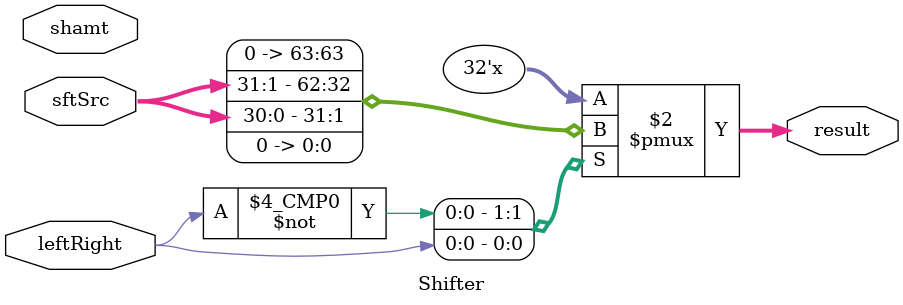
<source format=v>
module Shifter( result, leftRight, shamt, sftSrc  );
    
  output reg [31:0] result;

  input wire leftRight;
  input wire[4:0] shamt;
  input wire[31:0] sftSrc ;
  
  /*your code here*/ 
  always@(*)
  begin
    case (leftRight)
        'b0:    result <= {1'b0, sftSrc[31:1]};
        'b1:    result <= {sftSrc[30:0], 1'b0};
    endcase
  end
endmodule
</source>
